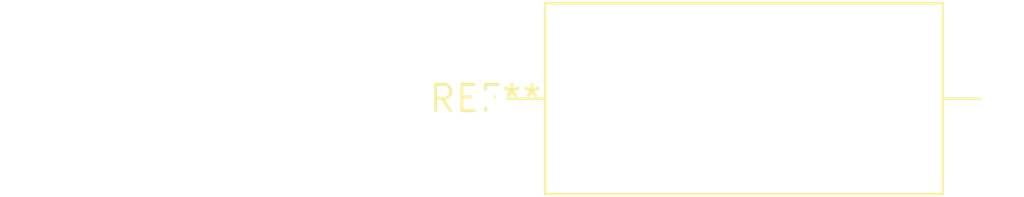
<source format=kicad_pcb>
(kicad_pcb (version 20240108) (generator pcbnew)
  (layers (0 "F.Cu" signal) (31 "B.Cu" signal) (34 "B.Paste" user) (35 "F.Paste" user) (36 "B.SilkS" user "B.Silkscreen") (37 "F.SilkS" user "F.Silkscreen") (38 "B.Mask" user) (39 "F.Mask" user) (44 "Edge.Cuts" user))
  (net 0 "")
  (footprint "C_Axial_L19.0mm_D9.0mm_P25.00mm_Horizontal" (layer "F.Cu") (at 0 0)
    (property "Reference" "REF**")
    (property "Value" "C_Axial_L19.0mm_D9.0mm_P25.00mm_Horizontal")
    (fp_line (start 1.04 0) (end 2.88 0) (layer "F.SilkS") (stroke (width 0.12)))
    (fp_line (start 2.88 -4.62) (end 2.88 4.62) (layer "F.SilkS") (stroke (width 0.12)))
    (fp_line (start 2.88 4.62) (end 22.12 4.62) (layer "F.SilkS") (stroke (width 0.12)))
    (fp_line (start 22.12 -4.62) (end 2.88 -4.62) (layer "F.SilkS") (stroke (width 0.12)))
    (fp_line (start 22.12 4.62) (end 22.12 -4.62) (layer "F.SilkS") (stroke (width 0.12)))
    (fp_line (start 23.96 0) (end 22.12 0) (layer "F.SilkS") (stroke (width 0.12)))
    (pad "1" thru_hole circle (at 0 0) (size 1.6 1.6) (drill 0.8) (layers *.Cu *.Mask) (remove_unused_layers))
    (pad "2" thru_hole oval (at 25 0) (size 1.6 1.6) (drill 0.8) (layers *.Cu *.Mask) (remove_unused_layers))
  )
)
</source>
